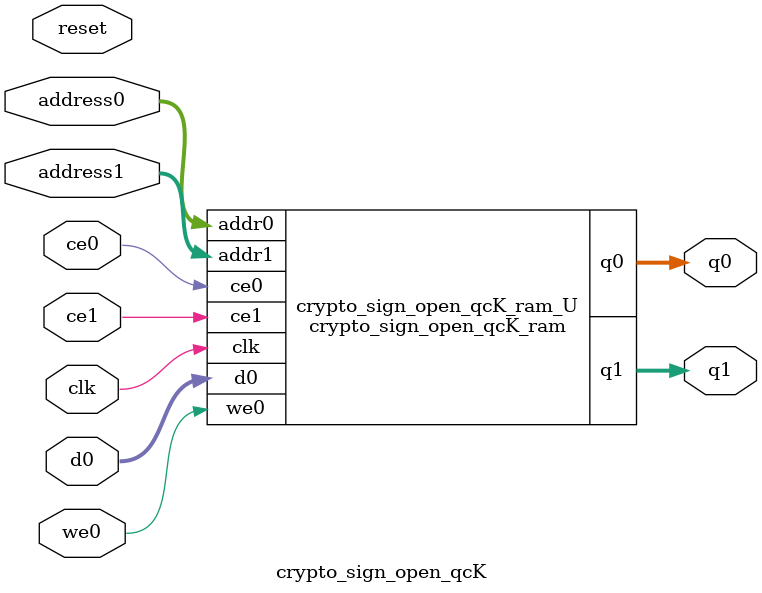
<source format=v>

`timescale 1 ns / 1 ps
module crypto_sign_open_qcK_ram (addr0, ce0, d0, we0, q0, addr1, ce1, q1,  clk);

parameter DWIDTH = 32;
parameter AWIDTH = 11;
parameter MEM_SIZE = 1280;

input[AWIDTH-1:0] addr0;
input ce0;
input[DWIDTH-1:0] d0;
input we0;
output reg[DWIDTH-1:0] q0;
input[AWIDTH-1:0] addr1;
input ce1;
output reg[DWIDTH-1:0] q1;
input clk;

(* ram_style = "block" *)reg [DWIDTH-1:0] ram[0:MEM_SIZE-1];




always @(posedge clk)  
begin 
    if (ce0) 
    begin
        if (we0) 
        begin 
            ram[addr0] <= d0; 
            q0 <= d0;
        end 
        else 
            q0 <= ram[addr0];
    end
end


always @(posedge clk)  
begin 
    if (ce1) 
    begin
            q1 <= ram[addr1];
    end
end


endmodule


`timescale 1 ns / 1 ps
module crypto_sign_open_qcK(
    reset,
    clk,
    address0,
    ce0,
    we0,
    d0,
    q0,
    address1,
    ce1,
    q1);

parameter DataWidth = 32'd32;
parameter AddressRange = 32'd1280;
parameter AddressWidth = 32'd11;
input reset;
input clk;
input[AddressWidth - 1:0] address0;
input ce0;
input we0;
input[DataWidth - 1:0] d0;
output[DataWidth - 1:0] q0;
input[AddressWidth - 1:0] address1;
input ce1;
output[DataWidth - 1:0] q1;



crypto_sign_open_qcK_ram crypto_sign_open_qcK_ram_U(
    .clk( clk ),
    .addr0( address0 ),
    .ce0( ce0 ),
    .we0( we0 ),
    .d0( d0 ),
    .q0( q0 ),
    .addr1( address1 ),
    .ce1( ce1 ),
    .q1( q1 ));

endmodule


</source>
